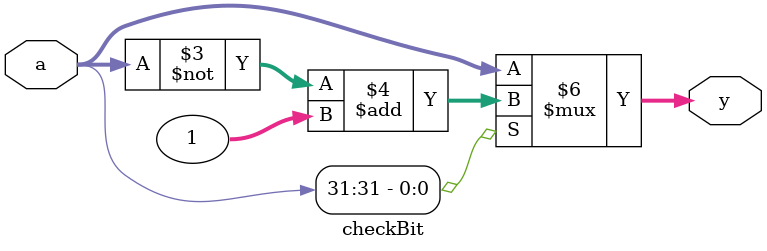
<source format=v>
`timescale 1ns / 1ps
module alu(input wire [31:0] a, input wire [31:0] b, input wire [3:0] opcode, output reg [31:0] result,output reg zero_flag,
				output reg carry_flag, output reg sign_flag, output reg overflow_flag
    );
	 reg signed [31:0] multiplicand;
	 reg signed [31:0] multiplier;
	 reg signed [31:0] product_high;
	 reg signed [31:0] product_low;
	 
	 wire [31:0] rst, produ,prods;
	 wire cst;
	 
	 wire [31:0] left_shifted;
	 wire [31:0] right_shifted;
	 
	 
	 wire [31:0] input1;
	 wire [31:0] input2;
	 
	 
	 assign input1 = a;
	 assign input2 = b;
	 Hibrid_adder A(.a(input1), .b(input2), .sum(rst), .cout(cst));
	 
	 array_multiplier M(.a(input1), .b(input2), .y(produ));
	 
	 wire [31:0] input11;
	 wire [31:0] input22;
	 checkBit C(.a(a),.y(input11));
	 checkBit D(.a(b),.y(input22));
	 array_multiplier N(.a(input11), .b(input22), .y(prods));
	  

		always @(*)
		begin
			carry_flag <= 0;// Setting all flags to zero initially
			zero_flag <= 0;
			sign_flag <= 0;
			overflow_flag <= 0;
			
			case(opcode)
				//ARITHMETIC
				4'b0000:
					begin
						result <= rst;
						carry_flag <= cst; //Addition, there is a chance of generating carry
						zero_flag <= (result == 32'd0)?1:0;// If result is zero, this is set to zero.
						sign_flag <= result[31]; // the sign flag is the sign bit of the result
						overflow_flag <= carry_flag^(result[31]^(a[31]^b[31])); // the overflow flag
					end

				4'b0001:
					begin
						result <= ~b+1;//2's Compliment
						zero_flag <= (result == 32'd0)?1:0;// If result is zero, this is set to zero.
						sign_flag <= result[31]; // the sign flag is the sign bit of the result
						overflow_flag <= carry_flag^(result[31]^(a[31]^b[31])); // the overflow flag
					end

				
				4'b0010:
					begin
						result <= produ;//Unsigned Multiplication
						zero_flag <= (result == 32'd0)?1:0;// If result is zero, this is set to zero.
						sign_flag <= result[31]; // the sign flag is the sign bit of the result
						overflow_flag <= carry_flag^(result[31]^(a[31]^b[31])); // the overflow flag
					end
					
				4'b0011: 
					begin
						 if(a[31]!=b[31])
						 begin
								result <= ~prods + 1;
								sign_flag <= result[31];
						 end
						 else
						 begin
								result <= prods;
								sign_flag <= result[31]; 
						 end
						 zero_flag <= (result == 32'd0)?1:0;// If result is zero, this is set to zero.
						 overflow_flag <= carry_flag^(result[31]^(a[31]^b[31])); // the overflow flag
					end
							 
				4'b0100:
					begin
						result <= rst;
						carry_flag <= cst; //Addition, there is a chance of generating carry
						zero_flag <= (result == 32'd0)?1:0;// If result is zero, this is set to zero.
						sign_flag <= result[31]; // the sign flag is the sign bit of the result
						overflow_flag <= carry_flag^(result[31]^(a[31]^b[31])); // the overflow flag
					end

				4'b0101:
					begin
						result <= ~b+1;//2's Compliment
						zero_flag <= (result == 32'd0)?1:0;// If result is zero, this is set to zero.
						sign_flag <= result[31]; // the sign flag is the sign bit of the result
						overflow_flag <= carry_flag^(result[31]^(a[31]^b[31])); // the overflow flag
					end
				//Immidiate will be same as the selection of registers is done in another file
				
				
				//LOGIC
				4'b0110: result <= a&b;//And operation
				4'b0111: result <= a^b;//XOR operation
				
				
				//SHIFT OPERATION
				4'b1010: result <= a<<b;//Left shift logical
				4'b1011: result <= a>>b;//Right shift logical
				
				4'b1100: result <= a<<b;//Left shift logical variable
				4'b1101: result <= a>>b;//Right shift logical variable

				4'b1110: result <= a<<<b;//Left shift logical arithmetic
				4'b1111: result <= a>>>b;//Right shift logical arithmetic

				
				default:
					begin
							result <= 32'd0; // Default does nothing
							zero_flag <= 0;
							sign_flag <= 0;
							overflow_flag <= 0;
							carry_flag <= 0;
					end
			endcase
	end

endmodule


module Hibrid_adder( 
		input [31:0] a,
		input [31:0] b,
		output [31:0] sum,
		output cout
    );
	 
	 wire cin = 0;
	 wire [6:0] c;
	 
	 
	 fourBitAdder Add1(.a(a[3:0]), .b(b[3:0]), .cin(cin) ,.sum(sum[3:0]), .cout(c[0]));
	 fourBitAdder Add2(.a(a[7:4]), .b(b[7:4]), .cin(c[0]) ,.sum(sum[7:4]), .cout(c[1]));
	 
	 fourBitAdder Add3(.a(a[11:8]), .b(b[11:8]), .cin(c[1]) ,.sum(sum[11:8]), .cout(c[2]));
	 fourBitAdder Add4(.a(a[15:12]), .b(b[15:12]), .cin(c[2]) ,.sum(sum[15:12]), .cout(c[3]));
	 
	 fourBitAdder Add5(.a(a[19:16]), .b(b[19:16]), .cin(c[3]) ,.sum(sum[19:16]), .cout(c[4]));
	 fourBitAdder Add6(.a(a[23:20]), .b(b[23:20]), .cin(c[4]) ,.sum(sum[23:20]), .cout(c[5]));
	 
	 fourBitAdder Add7(.a(a[27:24]), .b(b[27:24]), .cin(c[5]) ,.sum(sum[27:24]), .cout(c[6]));
	 fourBitAdder Add8(.a(a[31:28]), .b(b[31:28]), .cin(c[6]) ,.sum(sum[31:28]), .cout(cout));

endmodule



module fourBitAdder(input [3:0] a, input [3:0] b, input cin, output [3:0] sum, output cout);
	 wire [3:0] G,P,C;
	 assign G = a&b;
	 assign P = a^b;
	 assign C[0] = cin;
	 assign C[1] = G[0] + (P[0]&C[0]);
	 assign C[2] = G[1] + (P[1]&G[0]) + (P[1]&P[0]&cin);
	 assign C[3] = G[2] + (P[2]&G[1]) + (P[2]&P[1]&G[0]) +  (P[2]&P[1]&P[0]&cin);
	 assign cout = G[3]+ (P[3]&G[2]) + (P[3]&P[2]&G[1]) +  (P[3]&P[2]&P[1]&G[0]) + (P[3]&P[2]&P[1]&P[0]&cin);	 
	 assign sum = {cout,P^C};
endmodule

module array_multiplier(a, b, y);

		parameter width = 32;
		input [width-1:0] a, b;
		output [2*width-1:0] y;

		wire [width*width-1:0] partials;

		genvar i;
		assign partials[width-1 : 0] = a[0] ? b : 0;
		generate for (i = 1; i < width; i = i+1) 
		begin:gen
			 assign partials[width*(i+1)-1 : width*i] = (a[i] ? b << i : 0) + partials[width*i-1 : width*(i-1)];
		end endgenerate

		assign y = partials[width*width-1 : width*(width-1)];

endmodule

module checkBit(a, y);
	
		input [31:0] a;
		output reg [31:0] y;
		
		always @(*)
		begin
			if(a[31] == 1)
			begin
				y <= ~a + 1;
			end
			else
			begin
				y <= a;
			end
		end

endmodule


</source>
